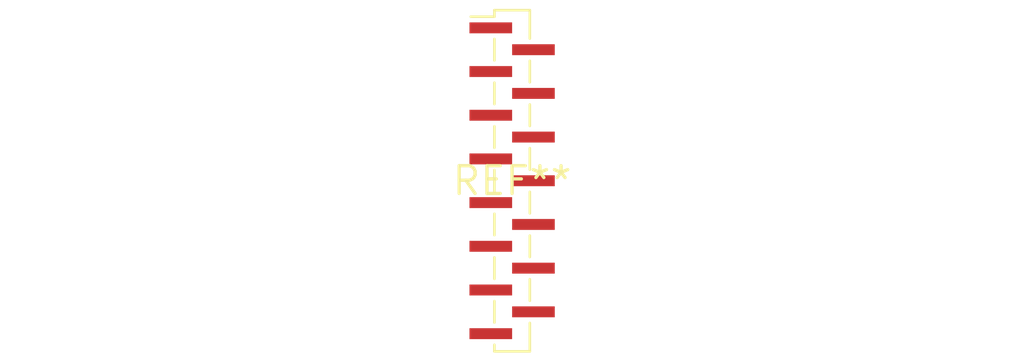
<source format=kicad_pcb>
(kicad_pcb (version 20240108) (generator pcbnew)
  (layers (0 "F.Cu" signal) (31 "B.Cu" signal) (34 "B.Paste" user) (35 "F.Paste" user) (36 "B.SilkS" user "B.Silkscreen") (37 "F.SilkS" user "F.Silkscreen") (38 "B.Mask" user) (39 "F.Mask" user) (44 "Edge.Cuts" user))
  (net 0 "")
  (footprint "PinSocket_1x15_P1.00mm_Vertical_SMD_Pin1Left" (layer "F.Cu") (at 0 0)
    (property "Reference" "REF**")
    (property "Value" "PinSocket_1x15_P1.00mm_Vertical_SMD_Pin1Left")
    (fp_line (start -1.89 -7.51) (end -0.81 -7.51) (layer "F.SilkS") (stroke (width 0.12)))
    (fp_line (start -0.81 -7.81) (end -0.81 -7.51) (layer "F.SilkS") (stroke (width 0.12)))
    (fp_line (start -0.81 -7.81) (end 0.81 -7.81) (layer "F.SilkS") (stroke (width 0.12)))
    (fp_line (start -0.81 -6.49) (end -0.81 -5.51) (layer "F.SilkS") (stroke (width 0.12)))
    (fp_line (start -0.81 -4.49) (end -0.81 -3.51) (layer "F.SilkS") (stroke (width 0.12)))
    (fp_line (start -0.81 -2.49) (end -0.81 -1.51) (layer "F.SilkS") (stroke (width 0.12)))
    (fp_line (start -0.81 -0.49) (end -0.81 0.49) (layer "F.SilkS") (stroke (width 0.12)))
    (fp_line (start -0.81 1.51) (end -0.81 2.49) (layer "F.SilkS") (stroke (width 0.12)))
    (fp_line (start -0.81 3.51) (end -0.81 4.49) (layer "F.SilkS") (stroke (width 0.12)))
    (fp_line (start -0.81 5.51) (end -0.81 6.49) (layer "F.SilkS") (stroke (width 0.12)))
    (fp_line (start -0.81 7.51) (end -0.81 7.81) (layer "F.SilkS") (stroke (width 0.12)))
    (fp_line (start -0.81 7.81) (end 0.81 7.81) (layer "F.SilkS") (stroke (width 0.12)))
    (fp_line (start 0.81 -7.81) (end 0.81 -6.51) (layer "F.SilkS") (stroke (width 0.12)))
    (fp_line (start 0.81 -5.49) (end 0.81 -4.51) (layer "F.SilkS") (stroke (width 0.12)))
    (fp_line (start 0.81 -3.49) (end 0.81 -2.51) (layer "F.SilkS") (stroke (width 0.12)))
    (fp_line (start 0.81 -1.49) (end 0.81 -0.51) (layer "F.SilkS") (stroke (width 0.12)))
    (fp_line (start 0.81 0.51) (end 0.81 1.49) (layer "F.SilkS") (stroke (width 0.12)))
    (fp_line (start 0.81 2.51) (end 0.81 3.49) (layer "F.SilkS") (stroke (width 0.12)))
    (fp_line (start 0.81 4.51) (end 0.81 5.49) (layer "F.SilkS") (stroke (width 0.12)))
    (fp_line (start 0.81 6.51) (end 0.81 7.81) (layer "F.SilkS") (stroke (width 0.12)))
    (pad "1" smd rect (at -0.975 -7) (size 1.95 0.5) (layers "F.Cu" "F.Paste" "F.Mask"))
    (pad "2" smd rect (at 0.975 -6) (size 1.95 0.5) (layers "F.Cu" "F.Paste" "F.Mask"))
    (pad "3" smd rect (at -0.975 -5) (size 1.95 0.5) (layers "F.Cu" "F.Paste" "F.Mask"))
    (pad "4" smd rect (at 0.975 -4) (size 1.95 0.5) (layers "F.Cu" "F.Paste" "F.Mask"))
    (pad "5" smd rect (at -0.975 -3) (size 1.95 0.5) (layers "F.Cu" "F.Paste" "F.Mask"))
    (pad "6" smd rect (at 0.975 -2) (size 1.95 0.5) (layers "F.Cu" "F.Paste" "F.Mask"))
    (pad "7" smd rect (at -0.975 -1) (size 1.95 0.5) (layers "F.Cu" "F.Paste" "F.Mask"))
    (pad "8" smd rect (at 0.975 0) (size 1.95 0.5) (layers "F.Cu" "F.Paste" "F.Mask"))
    (pad "9" smd rect (at -0.975 1) (size 1.95 0.5) (layers "F.Cu" "F.Paste" "F.Mask"))
    (pad "10" smd rect (at 0.975 2) (size 1.95 0.5) (layers "F.Cu" "F.Paste" "F.Mask"))
    (pad "11" smd rect (at -0.975 3) (size 1.95 0.5) (layers "F.Cu" "F.Paste" "F.Mask"))
    (pad "12" smd rect (at 0.975 4) (size 1.95 0.5) (layers "F.Cu" "F.Paste" "F.Mask"))
    (pad "13" smd rect (at -0.975 5) (size 1.95 0.5) (layers "F.Cu" "F.Paste" "F.Mask"))
    (pad "14" smd rect (at 0.975 6) (size 1.95 0.5) (layers "F.Cu" "F.Paste" "F.Mask"))
    (pad "15" smd rect (at -0.975 7) (size 1.95 0.5) (layers "F.Cu" "F.Paste" "F.Mask"))
  )
)
</source>
